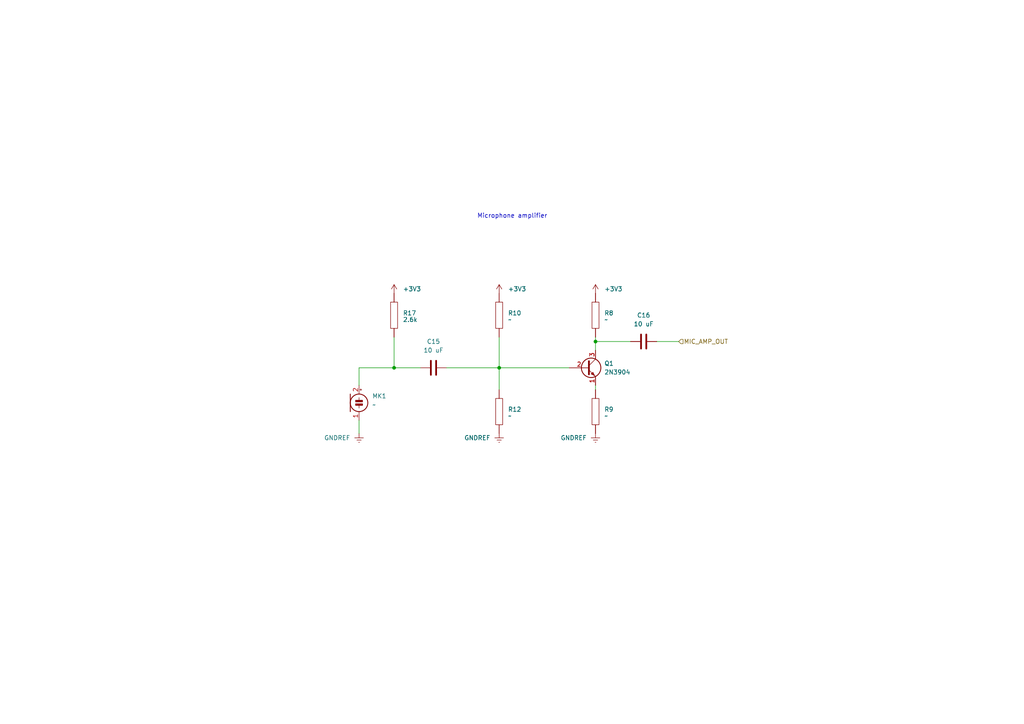
<source format=kicad_sch>
(kicad_sch (version 20231120) (generator "eeschema") (generator_version "8.0")
  (paper "A4")
  (lib_symbols
    (symbol "Device:C" (pin_numbers hide) (pin_names (offset 0.254))
      (property "Reference" "C" (at 0.635 2.54 0))
      (property "Value" "C" (at 0.635 -2.54 0))
      (symbol "C_0_1"
        (polyline (pts (xy -2.032 -0.762) (xy 2.032 -0.762)) (stroke (width 0.508)))
        (polyline (pts (xy -2.032 0.762) (xy 2.032 0.762)) (stroke (width 0.508)))
      )
      (symbol "C_1_1"
        (pin passive line (at 0 3.81 270) (length 2.794) (name "~") (number "1"))
        (pin passive line (at 0 -3.81 90) (length 2.794) (name "~") (number "2"))
      )
    )
    (symbol "Device:Microphone_Condenser" (pin_names (offset 0.0254) hide)
      (property "Reference" "MK" (at -3.302 1.27 0))
      (property "Value" "Microphone_Condenser" (at -3.302 -0.635 0))
      (symbol "Microphone_Condenser_0_1"
        (polyline (pts (xy -2.54 2.54) (xy -2.54 -2.54)) (stroke (width 0.254)))
        (polyline (pts (xy 0 -0.762) (xy 0 -1.524)))
        (polyline (pts (xy 0 0.762) (xy 0 1.524)))
        (polyline (pts (xy 0.254 3.81) (xy 0.762 3.81)))
        (polyline (pts (xy 0.508 4.064) (xy 0.508 3.556)))
        (circle (center 0 0) (radius 2.54) (stroke (width 0.254)))
        (rectangle (start 1.016 -0.254) (end -1.016 -0.762) (fill (type outline)))
        (rectangle (start 1.016 0.762) (end -1.016 0.254) (fill (type outline)))
      )
      (symbol "Microphone_Condenser_1_1"
        (pin passive line (at 0 -5.08 90) (length 2.54) (name "-") (number "1"))
        (pin passive line (at 0 5.08 270) (length 2.54) (name "+") (number "2"))
      )
    )
    (symbol "Transistor_BJT:2N3904" (pin_names (offset 0) hide)
      (property "Reference" "Q" (at 5.08 1.905 0))
      (property "Value" "2N3904" (at 5.08 0 0))
      (symbol "2N3904_0_1"
        (polyline (pts (xy 0.635 0.635) (xy 2.54 2.54)))
        (polyline (pts (xy 0.635 -0.635) (xy 2.54 -2.54) (xy 2.54 -2.54)))
        (polyline (pts (xy 0.635 1.905) (xy 0.635 -1.905) (xy 0.635 -1.905)) (stroke (width 0.508)))
        (polyline (pts (xy 1.27 -1.778) (xy 1.778 -1.27) (xy 2.286 -2.286) (xy 1.27 -1.778) (xy 1.27 -1.778)) (fill (type outline)))
        (circle (center 1.27 0) (radius 2.8194) (stroke (width 0.254)))
      )
      (symbol "2N3904_1_1"
        (pin passive line (at 2.54 -5.08 90) (length 2.54) (name "E") (number "1"))
        (pin passive line (at -5.08 0 0) (length 5.715) (name "B") (number "2"))
        (pin passive line (at 2.54 5.08 270) (length 2.54) (name "C") (number "3"))
      )
    )
    (symbol "power:+3V3" (power) (pin_names (offset 0))
      (property "Value" "+3V3" (at 0 3.556 0))
      (symbol "+3V3_0_1"
        (polyline (pts (xy -0.762 1.27) (xy 0 2.54)))
        (polyline (pts (xy 0 0) (xy 0 2.54)))
        (polyline (pts (xy 0 2.54) (xy 0.762 1.27)))
      )
      (symbol "+3V3_1_1"
        (pin power_in line (at 0 0 90) (length 0) hide (name "+3V3") (number "1"))
      )
    )
    (symbol "power:GNDREF" (power) (pin_names (offset 0))
      (property "Value" "GNDREF" (at 0 -3.81 0))
      (symbol "GNDREF_0_1"
        (polyline (pts (xy -0.635 -1.905) (xy 0.635 -1.905)))
        (polyline (pts (xy -0.127 -2.54) (xy 0.127 -2.54)))
        (polyline (pts (xy 0 -1.27) (xy 0 0)))
        (polyline (pts (xy 1.27 -1.27) (xy -1.27 -1.27)))
      )
      (symbol "GNDREF_1_1"
        (pin power_in line (at 0 0 270) (length 0) hide (name "GNDREF") (number "1"))
      )
    )
    (symbol "pspice:R" (pin_numbers hide) (pin_names (offset 0))
      (property "Reference" "R" (at 2.032 0 90))
      (property "Value" "R" (at 0 0 90))
      (symbol "R_0_1"
        (rectangle (start -1.016 3.81) (end 1.016 -3.81))
      )
      (symbol "R_1_1"
        (pin passive line (at 0 6.35 270) (length 2.54) (name "~") (number "1"))
        (pin passive line (at 0 -6.35 90) (length 2.54) (name "~") (number "2"))
      )
    )
  )
  (junction (at 144.78 106.68))
  (junction (at 114.3 106.68))
  (junction (at 172.72 99.06))
  (wire (pts (xy 129.54 106.68) (xy 144.78 106.68)))
  (wire (pts (xy 144.78 106.68) (xy 165.1 106.68)))
  (wire (pts (xy 104.14 121.92) (xy 104.14 125.73)))
  (wire (pts (xy 114.3 106.68) (xy 121.92 106.68)))
  (wire (pts (xy 144.78 97.79) (xy 144.78 106.68)))
  (wire (pts (xy 104.14 106.68) (xy 114.3 106.68)))
  (wire (pts (xy 172.72 99.06) (xy 172.72 101.6)))
  (wire (pts (xy 172.72 97.79) (xy 172.72 99.06)))
  (wire (pts (xy 190.5 99.06) (xy 196.85 99.06)))
  (wire (pts (xy 104.14 106.68) (xy 104.14 111.76)))
  (wire (pts (xy 144.78 106.68) (xy 144.78 113.03)))
  (wire (pts (xy 114.3 97.79) (xy 114.3 106.68)))
  (wire (pts (xy 172.72 99.06) (xy 182.88 99.06)))
  (wire (pts (xy 172.72 111.76) (xy 172.72 113.03)))
  (text "Microphone amplifier" (at 148.59 62.738 0) (effects (font (size 1.27 1.27))))
  (hierarchical_label "MIC_AMP_OUT" (shape input) (at 196.85 99.06 0))
  (symbol (lib_id "pspice:R") (at 172.72 91.44 180) (unit 1)
    (property "Reference" "R8" (at 175.26 90.8049 0) (effects (justify right)))
    (property "Value" "~" (at 175.26 92.71 0) (effects (justify right)))
  )
  (symbol (lib_id "power:+3V3") (at 144.78 85.09 0) (unit 1)
    (property "Reference" "#PWR011" (effects (hide yes)))
    (property "Value" "+3V3" (at 147.32 83.8199 0) (effects (justify left)))
  )
  (symbol (lib_id "power:GNDREF") (at 172.72 125.73 0) (mirror y) (unit 1)
    (property "Reference" "#PWR013" (effects (hide yes)))
    (property "Value" "GNDREF" (at 170.18 126.9999 0) (effects (justify left)))
  )
  (symbol (lib_id "power:GNDREF") (at 104.14 125.73 0) (mirror y) (unit 1)
    (property "Reference" "#PWR014" (effects (hide yes)))
    (property "Value" "GNDREF" (at 101.6 126.9999 0) (effects (justify left)))
  )
  (symbol (lib_id "Device:C") (at 125.73 106.68 90) (unit 1)
    (property "Reference" "C15" (at 125.73 99.06 90))
    (property "Value" "10 uF" (at 125.73 101.6 90))
  )
  (symbol (lib_id "Transistor_BJT:2N3904") (at 170.18 106.68 0) (unit 1)
    (property "Reference" "Q1" (at 175.26 105.4099 0) (effects (justify left)))
    (property "Value" "2N3904" (at 175.26 107.9499 0) (effects (justify left)))
    (property "Footprint" "Package_TO_SOT_THT:TO-92_Inline" (effects (hide yes)))
    (property "Datasheet" "https://www.onsemi.com/pub/Collateral/2N3903-D.PDF" (effects (hide yes)))
    (property "Description" "0.2A Ic, 40V Vce, Small Signal NPN Transistor, TO-92" (effects (hide yes)))
  )
  (symbol (lib_id "Device:C") (at 186.69 99.06 90) (unit 1)
    (property "Reference" "C16" (at 186.69 91.44 90))
    (property "Value" "10 uF" (at 186.69 93.98 90))
  )
  (symbol (lib_id "pspice:R") (at 114.3 91.44 180) (unit 1)
    (property "Reference" "R17" (at 116.84 90.8049 0) (effects (justify right)))
    (property "Value" "2.6k" (at 116.84 92.71 0) (effects (justify right)))
  )
  (symbol (lib_id "power:+3V3") (at 172.72 85.09 0) (unit 1)
    (property "Reference" "#PWR010" (effects (hide yes)))
    (property "Value" "+3V3" (at 175.26 83.8199 0) (effects (justify left)))
  )
  (symbol (lib_id "power:GNDREF") (at 144.78 125.73 0) (mirror y) (unit 1)
    (property "Reference" "#PWR012" (effects (hide yes)))
    (property "Value" "GNDREF" (at 142.24 126.9999 0) (effects (justify left)))
  )
  (symbol (lib_id "pspice:R") (at 172.72 119.38 180) (unit 1)
    (property "Reference" "R9" (at 175.26 118.7449 0) (effects (justify right)))
    (property "Value" "~" (at 175.26 120.65 0) (effects (justify right)))
  )
  (symbol (lib_id "Device:Microphone_Condenser") (at 104.14 116.84 0) (unit 1)
    (property "Reference" "MK1" (at 107.95 114.8714 0) (effects (justify left)))
    (property "Value" "~" (at 107.95 117.4114 0) (effects (justify left)))
    (property "Description" "Condenser microphone" (effects (hide yes)))
  )
  (symbol (lib_id "pspice:R") (at 144.78 119.38 180) (unit 1)
    (property "Reference" "R12" (at 147.32 118.7449 0) (effects (justify right)))
    (property "Value" "~" (at 147.32 120.65 0) (effects (justify right)))
  )
  (symbol (lib_id "pspice:R") (at 144.78 91.44 180) (unit 1)
    (property "Reference" "R10" (at 147.32 90.8049 0) (effects (justify right)))
    (property "Value" "~" (at 147.32 92.71 0) (effects (justify right)))
  )
  (symbol (lib_id "power:+3V3") (at 114.3 85.09 0) (unit 1)
    (property "Reference" "#PWR015" (effects (hide yes)))
    (property "Value" "+3V3" (at 116.84 83.8199 0) (effects (justify left)))
  )
)
</source>
